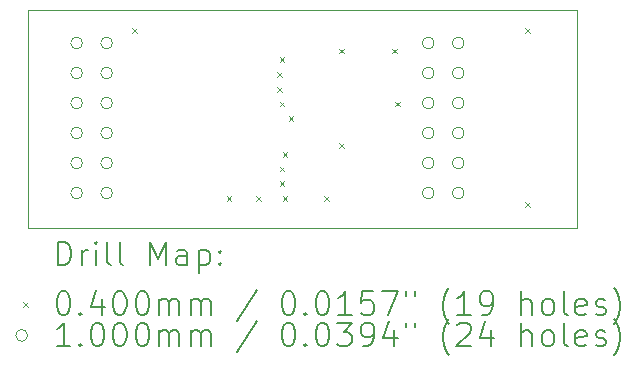
<source format=gbr>
%FSLAX45Y45*%
G04 Gerber Fmt 4.5, Leading zero omitted, Abs format (unit mm)*
G04 Created by KiCad (PCBNEW (6.0.5)) date 2024-06-23 18:04:05*
%MOMM*%
%LPD*%
G01*
G04 APERTURE LIST*
%TA.AperFunction,Profile*%
%ADD10C,0.100000*%
%TD*%
%ADD11C,0.200000*%
%ADD12C,0.040000*%
%ADD13C,0.100000*%
G04 APERTURE END LIST*
D10*
X13000000Y-8600000D02*
X17650000Y-8600000D01*
X17650000Y-8600000D02*
X17650000Y-10450000D01*
X17650000Y-10450000D02*
X13000000Y-10450000D01*
X13000000Y-10450000D02*
X13000000Y-8600000D01*
D11*
D12*
X13880000Y-8755000D02*
X13920000Y-8795000D01*
X13920000Y-8755000D02*
X13880000Y-8795000D01*
X14680000Y-10180000D02*
X14720000Y-10220000D01*
X14720000Y-10180000D02*
X14680000Y-10220000D01*
X14930000Y-10180000D02*
X14970000Y-10220000D01*
X14970000Y-10180000D02*
X14930000Y-10220000D01*
X15105000Y-9130000D02*
X15145000Y-9170000D01*
X15145000Y-9130000D02*
X15105000Y-9170000D01*
X15105000Y-9255000D02*
X15145000Y-9295000D01*
X15145000Y-9255000D02*
X15105000Y-9295000D01*
X15130000Y-9005000D02*
X15170000Y-9045000D01*
X15170000Y-9005000D02*
X15130000Y-9045000D01*
X15130000Y-9380000D02*
X15170000Y-9420000D01*
X15170000Y-9380000D02*
X15130000Y-9420000D01*
X15130000Y-9930000D02*
X15170000Y-9970000D01*
X15170000Y-9930000D02*
X15130000Y-9970000D01*
X15130000Y-10055000D02*
X15170000Y-10095000D01*
X15170000Y-10055000D02*
X15130000Y-10095000D01*
X15155000Y-9805000D02*
X15195000Y-9845000D01*
X15195000Y-9805000D02*
X15155000Y-9845000D01*
X15155000Y-10180000D02*
X15195000Y-10220000D01*
X15195000Y-10180000D02*
X15155000Y-10220000D01*
X15205000Y-9505000D02*
X15245000Y-9545000D01*
X15245000Y-9505000D02*
X15205000Y-9545000D01*
X15505000Y-10180000D02*
X15545000Y-10220000D01*
X15545000Y-10180000D02*
X15505000Y-10220000D01*
X15630000Y-8930000D02*
X15670000Y-8970000D01*
X15670000Y-8930000D02*
X15630000Y-8970000D01*
X15630000Y-9730000D02*
X15670000Y-9770000D01*
X15670000Y-9730000D02*
X15630000Y-9770000D01*
X16080000Y-8930000D02*
X16120000Y-8970000D01*
X16120000Y-8930000D02*
X16080000Y-8970000D01*
X16105000Y-9380000D02*
X16145000Y-9420000D01*
X16145000Y-9380000D02*
X16105000Y-9420000D01*
X17205000Y-8755000D02*
X17245000Y-8795000D01*
X17245000Y-8755000D02*
X17205000Y-8795000D01*
X17205000Y-10230000D02*
X17245000Y-10270000D01*
X17245000Y-10230000D02*
X17205000Y-10270000D01*
D13*
X13461000Y-8883000D02*
G75*
G03*
X13461000Y-8883000I-50000J0D01*
G01*
X13461000Y-9137000D02*
G75*
G03*
X13461000Y-9137000I-50000J0D01*
G01*
X13461000Y-9391000D02*
G75*
G03*
X13461000Y-9391000I-50000J0D01*
G01*
X13461000Y-9645000D02*
G75*
G03*
X13461000Y-9645000I-50000J0D01*
G01*
X13461000Y-9899000D02*
G75*
G03*
X13461000Y-9899000I-50000J0D01*
G01*
X13461000Y-10153000D02*
G75*
G03*
X13461000Y-10153000I-50000J0D01*
G01*
X13715000Y-8883000D02*
G75*
G03*
X13715000Y-8883000I-50000J0D01*
G01*
X13715000Y-9137000D02*
G75*
G03*
X13715000Y-9137000I-50000J0D01*
G01*
X13715000Y-9391000D02*
G75*
G03*
X13715000Y-9391000I-50000J0D01*
G01*
X13715000Y-9645000D02*
G75*
G03*
X13715000Y-9645000I-50000J0D01*
G01*
X13715000Y-9899000D02*
G75*
G03*
X13715000Y-9899000I-50000J0D01*
G01*
X13715000Y-10153000D02*
G75*
G03*
X13715000Y-10153000I-50000J0D01*
G01*
X16437500Y-8883000D02*
G75*
G03*
X16437500Y-8883000I-50000J0D01*
G01*
X16437500Y-9137000D02*
G75*
G03*
X16437500Y-9137000I-50000J0D01*
G01*
X16437500Y-9391000D02*
G75*
G03*
X16437500Y-9391000I-50000J0D01*
G01*
X16437500Y-9645000D02*
G75*
G03*
X16437500Y-9645000I-50000J0D01*
G01*
X16437500Y-9899000D02*
G75*
G03*
X16437500Y-9899000I-50000J0D01*
G01*
X16437500Y-10153000D02*
G75*
G03*
X16437500Y-10153000I-50000J0D01*
G01*
X16691500Y-8883000D02*
G75*
G03*
X16691500Y-8883000I-50000J0D01*
G01*
X16691500Y-9137000D02*
G75*
G03*
X16691500Y-9137000I-50000J0D01*
G01*
X16691500Y-9391000D02*
G75*
G03*
X16691500Y-9391000I-50000J0D01*
G01*
X16691500Y-9645000D02*
G75*
G03*
X16691500Y-9645000I-50000J0D01*
G01*
X16691500Y-9899000D02*
G75*
G03*
X16691500Y-9899000I-50000J0D01*
G01*
X16691500Y-10153000D02*
G75*
G03*
X16691500Y-10153000I-50000J0D01*
G01*
D11*
X13252619Y-10765476D02*
X13252619Y-10565476D01*
X13300238Y-10565476D01*
X13328809Y-10575000D01*
X13347857Y-10594048D01*
X13357381Y-10613095D01*
X13366905Y-10651190D01*
X13366905Y-10679762D01*
X13357381Y-10717857D01*
X13347857Y-10736905D01*
X13328809Y-10755952D01*
X13300238Y-10765476D01*
X13252619Y-10765476D01*
X13452619Y-10765476D02*
X13452619Y-10632143D01*
X13452619Y-10670238D02*
X13462143Y-10651190D01*
X13471667Y-10641667D01*
X13490714Y-10632143D01*
X13509762Y-10632143D01*
X13576428Y-10765476D02*
X13576428Y-10632143D01*
X13576428Y-10565476D02*
X13566905Y-10575000D01*
X13576428Y-10584524D01*
X13585952Y-10575000D01*
X13576428Y-10565476D01*
X13576428Y-10584524D01*
X13700238Y-10765476D02*
X13681190Y-10755952D01*
X13671667Y-10736905D01*
X13671667Y-10565476D01*
X13805000Y-10765476D02*
X13785952Y-10755952D01*
X13776428Y-10736905D01*
X13776428Y-10565476D01*
X14033571Y-10765476D02*
X14033571Y-10565476D01*
X14100238Y-10708333D01*
X14166905Y-10565476D01*
X14166905Y-10765476D01*
X14347857Y-10765476D02*
X14347857Y-10660714D01*
X14338333Y-10641667D01*
X14319286Y-10632143D01*
X14281190Y-10632143D01*
X14262143Y-10641667D01*
X14347857Y-10755952D02*
X14328809Y-10765476D01*
X14281190Y-10765476D01*
X14262143Y-10755952D01*
X14252619Y-10736905D01*
X14252619Y-10717857D01*
X14262143Y-10698810D01*
X14281190Y-10689286D01*
X14328809Y-10689286D01*
X14347857Y-10679762D01*
X14443095Y-10632143D02*
X14443095Y-10832143D01*
X14443095Y-10641667D02*
X14462143Y-10632143D01*
X14500238Y-10632143D01*
X14519286Y-10641667D01*
X14528809Y-10651190D01*
X14538333Y-10670238D01*
X14538333Y-10727381D01*
X14528809Y-10746429D01*
X14519286Y-10755952D01*
X14500238Y-10765476D01*
X14462143Y-10765476D01*
X14443095Y-10755952D01*
X14624048Y-10746429D02*
X14633571Y-10755952D01*
X14624048Y-10765476D01*
X14614524Y-10755952D01*
X14624048Y-10746429D01*
X14624048Y-10765476D01*
X14624048Y-10641667D02*
X14633571Y-10651190D01*
X14624048Y-10660714D01*
X14614524Y-10651190D01*
X14624048Y-10641667D01*
X14624048Y-10660714D01*
D12*
X12955000Y-11075000D02*
X12995000Y-11115000D01*
X12995000Y-11075000D02*
X12955000Y-11115000D01*
D11*
X13290714Y-10985476D02*
X13309762Y-10985476D01*
X13328809Y-10995000D01*
X13338333Y-11004524D01*
X13347857Y-11023571D01*
X13357381Y-11061667D01*
X13357381Y-11109286D01*
X13347857Y-11147381D01*
X13338333Y-11166429D01*
X13328809Y-11175952D01*
X13309762Y-11185476D01*
X13290714Y-11185476D01*
X13271667Y-11175952D01*
X13262143Y-11166429D01*
X13252619Y-11147381D01*
X13243095Y-11109286D01*
X13243095Y-11061667D01*
X13252619Y-11023571D01*
X13262143Y-11004524D01*
X13271667Y-10995000D01*
X13290714Y-10985476D01*
X13443095Y-11166429D02*
X13452619Y-11175952D01*
X13443095Y-11185476D01*
X13433571Y-11175952D01*
X13443095Y-11166429D01*
X13443095Y-11185476D01*
X13624048Y-11052143D02*
X13624048Y-11185476D01*
X13576428Y-10975952D02*
X13528809Y-11118810D01*
X13652619Y-11118810D01*
X13766905Y-10985476D02*
X13785952Y-10985476D01*
X13805000Y-10995000D01*
X13814524Y-11004524D01*
X13824048Y-11023571D01*
X13833571Y-11061667D01*
X13833571Y-11109286D01*
X13824048Y-11147381D01*
X13814524Y-11166429D01*
X13805000Y-11175952D01*
X13785952Y-11185476D01*
X13766905Y-11185476D01*
X13747857Y-11175952D01*
X13738333Y-11166429D01*
X13728809Y-11147381D01*
X13719286Y-11109286D01*
X13719286Y-11061667D01*
X13728809Y-11023571D01*
X13738333Y-11004524D01*
X13747857Y-10995000D01*
X13766905Y-10985476D01*
X13957381Y-10985476D02*
X13976428Y-10985476D01*
X13995476Y-10995000D01*
X14005000Y-11004524D01*
X14014524Y-11023571D01*
X14024048Y-11061667D01*
X14024048Y-11109286D01*
X14014524Y-11147381D01*
X14005000Y-11166429D01*
X13995476Y-11175952D01*
X13976428Y-11185476D01*
X13957381Y-11185476D01*
X13938333Y-11175952D01*
X13928809Y-11166429D01*
X13919286Y-11147381D01*
X13909762Y-11109286D01*
X13909762Y-11061667D01*
X13919286Y-11023571D01*
X13928809Y-11004524D01*
X13938333Y-10995000D01*
X13957381Y-10985476D01*
X14109762Y-11185476D02*
X14109762Y-11052143D01*
X14109762Y-11071190D02*
X14119286Y-11061667D01*
X14138333Y-11052143D01*
X14166905Y-11052143D01*
X14185952Y-11061667D01*
X14195476Y-11080714D01*
X14195476Y-11185476D01*
X14195476Y-11080714D02*
X14205000Y-11061667D01*
X14224048Y-11052143D01*
X14252619Y-11052143D01*
X14271667Y-11061667D01*
X14281190Y-11080714D01*
X14281190Y-11185476D01*
X14376428Y-11185476D02*
X14376428Y-11052143D01*
X14376428Y-11071190D02*
X14385952Y-11061667D01*
X14405000Y-11052143D01*
X14433571Y-11052143D01*
X14452619Y-11061667D01*
X14462143Y-11080714D01*
X14462143Y-11185476D01*
X14462143Y-11080714D02*
X14471667Y-11061667D01*
X14490714Y-11052143D01*
X14519286Y-11052143D01*
X14538333Y-11061667D01*
X14547857Y-11080714D01*
X14547857Y-11185476D01*
X14938333Y-10975952D02*
X14766905Y-11233095D01*
X15195476Y-10985476D02*
X15214524Y-10985476D01*
X15233571Y-10995000D01*
X15243095Y-11004524D01*
X15252619Y-11023571D01*
X15262143Y-11061667D01*
X15262143Y-11109286D01*
X15252619Y-11147381D01*
X15243095Y-11166429D01*
X15233571Y-11175952D01*
X15214524Y-11185476D01*
X15195476Y-11185476D01*
X15176428Y-11175952D01*
X15166905Y-11166429D01*
X15157381Y-11147381D01*
X15147857Y-11109286D01*
X15147857Y-11061667D01*
X15157381Y-11023571D01*
X15166905Y-11004524D01*
X15176428Y-10995000D01*
X15195476Y-10985476D01*
X15347857Y-11166429D02*
X15357381Y-11175952D01*
X15347857Y-11185476D01*
X15338333Y-11175952D01*
X15347857Y-11166429D01*
X15347857Y-11185476D01*
X15481190Y-10985476D02*
X15500238Y-10985476D01*
X15519286Y-10995000D01*
X15528809Y-11004524D01*
X15538333Y-11023571D01*
X15547857Y-11061667D01*
X15547857Y-11109286D01*
X15538333Y-11147381D01*
X15528809Y-11166429D01*
X15519286Y-11175952D01*
X15500238Y-11185476D01*
X15481190Y-11185476D01*
X15462143Y-11175952D01*
X15452619Y-11166429D01*
X15443095Y-11147381D01*
X15433571Y-11109286D01*
X15433571Y-11061667D01*
X15443095Y-11023571D01*
X15452619Y-11004524D01*
X15462143Y-10995000D01*
X15481190Y-10985476D01*
X15738333Y-11185476D02*
X15624048Y-11185476D01*
X15681190Y-11185476D02*
X15681190Y-10985476D01*
X15662143Y-11014048D01*
X15643095Y-11033095D01*
X15624048Y-11042619D01*
X15919286Y-10985476D02*
X15824048Y-10985476D01*
X15814524Y-11080714D01*
X15824048Y-11071190D01*
X15843095Y-11061667D01*
X15890714Y-11061667D01*
X15909762Y-11071190D01*
X15919286Y-11080714D01*
X15928809Y-11099762D01*
X15928809Y-11147381D01*
X15919286Y-11166429D01*
X15909762Y-11175952D01*
X15890714Y-11185476D01*
X15843095Y-11185476D01*
X15824048Y-11175952D01*
X15814524Y-11166429D01*
X15995476Y-10985476D02*
X16128809Y-10985476D01*
X16043095Y-11185476D01*
X16195476Y-10985476D02*
X16195476Y-11023571D01*
X16271667Y-10985476D02*
X16271667Y-11023571D01*
X16566905Y-11261667D02*
X16557381Y-11252143D01*
X16538333Y-11223571D01*
X16528809Y-11204524D01*
X16519286Y-11175952D01*
X16509762Y-11128333D01*
X16509762Y-11090238D01*
X16519286Y-11042619D01*
X16528809Y-11014048D01*
X16538333Y-10995000D01*
X16557381Y-10966429D01*
X16566905Y-10956905D01*
X16747857Y-11185476D02*
X16633571Y-11185476D01*
X16690714Y-11185476D02*
X16690714Y-10985476D01*
X16671667Y-11014048D01*
X16652619Y-11033095D01*
X16633571Y-11042619D01*
X16843095Y-11185476D02*
X16881190Y-11185476D01*
X16900238Y-11175952D01*
X16909762Y-11166429D01*
X16928810Y-11137857D01*
X16938333Y-11099762D01*
X16938333Y-11023571D01*
X16928810Y-11004524D01*
X16919286Y-10995000D01*
X16900238Y-10985476D01*
X16862143Y-10985476D01*
X16843095Y-10995000D01*
X16833571Y-11004524D01*
X16824048Y-11023571D01*
X16824048Y-11071190D01*
X16833571Y-11090238D01*
X16843095Y-11099762D01*
X16862143Y-11109286D01*
X16900238Y-11109286D01*
X16919286Y-11099762D01*
X16928810Y-11090238D01*
X16938333Y-11071190D01*
X17176429Y-11185476D02*
X17176429Y-10985476D01*
X17262143Y-11185476D02*
X17262143Y-11080714D01*
X17252619Y-11061667D01*
X17233571Y-11052143D01*
X17205000Y-11052143D01*
X17185952Y-11061667D01*
X17176429Y-11071190D01*
X17385952Y-11185476D02*
X17366905Y-11175952D01*
X17357381Y-11166429D01*
X17347857Y-11147381D01*
X17347857Y-11090238D01*
X17357381Y-11071190D01*
X17366905Y-11061667D01*
X17385952Y-11052143D01*
X17414524Y-11052143D01*
X17433571Y-11061667D01*
X17443095Y-11071190D01*
X17452619Y-11090238D01*
X17452619Y-11147381D01*
X17443095Y-11166429D01*
X17433571Y-11175952D01*
X17414524Y-11185476D01*
X17385952Y-11185476D01*
X17566905Y-11185476D02*
X17547857Y-11175952D01*
X17538333Y-11156905D01*
X17538333Y-10985476D01*
X17719286Y-11175952D02*
X17700238Y-11185476D01*
X17662143Y-11185476D01*
X17643095Y-11175952D01*
X17633571Y-11156905D01*
X17633571Y-11080714D01*
X17643095Y-11061667D01*
X17662143Y-11052143D01*
X17700238Y-11052143D01*
X17719286Y-11061667D01*
X17728810Y-11080714D01*
X17728810Y-11099762D01*
X17633571Y-11118810D01*
X17805000Y-11175952D02*
X17824048Y-11185476D01*
X17862143Y-11185476D01*
X17881190Y-11175952D01*
X17890714Y-11156905D01*
X17890714Y-11147381D01*
X17881190Y-11128333D01*
X17862143Y-11118810D01*
X17833571Y-11118810D01*
X17814524Y-11109286D01*
X17805000Y-11090238D01*
X17805000Y-11080714D01*
X17814524Y-11061667D01*
X17833571Y-11052143D01*
X17862143Y-11052143D01*
X17881190Y-11061667D01*
X17957381Y-11261667D02*
X17966905Y-11252143D01*
X17985952Y-11223571D01*
X17995476Y-11204524D01*
X18005000Y-11175952D01*
X18014524Y-11128333D01*
X18014524Y-11090238D01*
X18005000Y-11042619D01*
X17995476Y-11014048D01*
X17985952Y-10995000D01*
X17966905Y-10966429D01*
X17957381Y-10956905D01*
D13*
X12995000Y-11359000D02*
G75*
G03*
X12995000Y-11359000I-50000J0D01*
G01*
D11*
X13357381Y-11449476D02*
X13243095Y-11449476D01*
X13300238Y-11449476D02*
X13300238Y-11249476D01*
X13281190Y-11278048D01*
X13262143Y-11297095D01*
X13243095Y-11306619D01*
X13443095Y-11430428D02*
X13452619Y-11439952D01*
X13443095Y-11449476D01*
X13433571Y-11439952D01*
X13443095Y-11430428D01*
X13443095Y-11449476D01*
X13576428Y-11249476D02*
X13595476Y-11249476D01*
X13614524Y-11259000D01*
X13624048Y-11268524D01*
X13633571Y-11287571D01*
X13643095Y-11325667D01*
X13643095Y-11373286D01*
X13633571Y-11411381D01*
X13624048Y-11430428D01*
X13614524Y-11439952D01*
X13595476Y-11449476D01*
X13576428Y-11449476D01*
X13557381Y-11439952D01*
X13547857Y-11430428D01*
X13538333Y-11411381D01*
X13528809Y-11373286D01*
X13528809Y-11325667D01*
X13538333Y-11287571D01*
X13547857Y-11268524D01*
X13557381Y-11259000D01*
X13576428Y-11249476D01*
X13766905Y-11249476D02*
X13785952Y-11249476D01*
X13805000Y-11259000D01*
X13814524Y-11268524D01*
X13824048Y-11287571D01*
X13833571Y-11325667D01*
X13833571Y-11373286D01*
X13824048Y-11411381D01*
X13814524Y-11430428D01*
X13805000Y-11439952D01*
X13785952Y-11449476D01*
X13766905Y-11449476D01*
X13747857Y-11439952D01*
X13738333Y-11430428D01*
X13728809Y-11411381D01*
X13719286Y-11373286D01*
X13719286Y-11325667D01*
X13728809Y-11287571D01*
X13738333Y-11268524D01*
X13747857Y-11259000D01*
X13766905Y-11249476D01*
X13957381Y-11249476D02*
X13976428Y-11249476D01*
X13995476Y-11259000D01*
X14005000Y-11268524D01*
X14014524Y-11287571D01*
X14024048Y-11325667D01*
X14024048Y-11373286D01*
X14014524Y-11411381D01*
X14005000Y-11430428D01*
X13995476Y-11439952D01*
X13976428Y-11449476D01*
X13957381Y-11449476D01*
X13938333Y-11439952D01*
X13928809Y-11430428D01*
X13919286Y-11411381D01*
X13909762Y-11373286D01*
X13909762Y-11325667D01*
X13919286Y-11287571D01*
X13928809Y-11268524D01*
X13938333Y-11259000D01*
X13957381Y-11249476D01*
X14109762Y-11449476D02*
X14109762Y-11316143D01*
X14109762Y-11335190D02*
X14119286Y-11325667D01*
X14138333Y-11316143D01*
X14166905Y-11316143D01*
X14185952Y-11325667D01*
X14195476Y-11344714D01*
X14195476Y-11449476D01*
X14195476Y-11344714D02*
X14205000Y-11325667D01*
X14224048Y-11316143D01*
X14252619Y-11316143D01*
X14271667Y-11325667D01*
X14281190Y-11344714D01*
X14281190Y-11449476D01*
X14376428Y-11449476D02*
X14376428Y-11316143D01*
X14376428Y-11335190D02*
X14385952Y-11325667D01*
X14405000Y-11316143D01*
X14433571Y-11316143D01*
X14452619Y-11325667D01*
X14462143Y-11344714D01*
X14462143Y-11449476D01*
X14462143Y-11344714D02*
X14471667Y-11325667D01*
X14490714Y-11316143D01*
X14519286Y-11316143D01*
X14538333Y-11325667D01*
X14547857Y-11344714D01*
X14547857Y-11449476D01*
X14938333Y-11239952D02*
X14766905Y-11497095D01*
X15195476Y-11249476D02*
X15214524Y-11249476D01*
X15233571Y-11259000D01*
X15243095Y-11268524D01*
X15252619Y-11287571D01*
X15262143Y-11325667D01*
X15262143Y-11373286D01*
X15252619Y-11411381D01*
X15243095Y-11430428D01*
X15233571Y-11439952D01*
X15214524Y-11449476D01*
X15195476Y-11449476D01*
X15176428Y-11439952D01*
X15166905Y-11430428D01*
X15157381Y-11411381D01*
X15147857Y-11373286D01*
X15147857Y-11325667D01*
X15157381Y-11287571D01*
X15166905Y-11268524D01*
X15176428Y-11259000D01*
X15195476Y-11249476D01*
X15347857Y-11430428D02*
X15357381Y-11439952D01*
X15347857Y-11449476D01*
X15338333Y-11439952D01*
X15347857Y-11430428D01*
X15347857Y-11449476D01*
X15481190Y-11249476D02*
X15500238Y-11249476D01*
X15519286Y-11259000D01*
X15528809Y-11268524D01*
X15538333Y-11287571D01*
X15547857Y-11325667D01*
X15547857Y-11373286D01*
X15538333Y-11411381D01*
X15528809Y-11430428D01*
X15519286Y-11439952D01*
X15500238Y-11449476D01*
X15481190Y-11449476D01*
X15462143Y-11439952D01*
X15452619Y-11430428D01*
X15443095Y-11411381D01*
X15433571Y-11373286D01*
X15433571Y-11325667D01*
X15443095Y-11287571D01*
X15452619Y-11268524D01*
X15462143Y-11259000D01*
X15481190Y-11249476D01*
X15614524Y-11249476D02*
X15738333Y-11249476D01*
X15671667Y-11325667D01*
X15700238Y-11325667D01*
X15719286Y-11335190D01*
X15728809Y-11344714D01*
X15738333Y-11363762D01*
X15738333Y-11411381D01*
X15728809Y-11430428D01*
X15719286Y-11439952D01*
X15700238Y-11449476D01*
X15643095Y-11449476D01*
X15624048Y-11439952D01*
X15614524Y-11430428D01*
X15833571Y-11449476D02*
X15871667Y-11449476D01*
X15890714Y-11439952D01*
X15900238Y-11430428D01*
X15919286Y-11401857D01*
X15928809Y-11363762D01*
X15928809Y-11287571D01*
X15919286Y-11268524D01*
X15909762Y-11259000D01*
X15890714Y-11249476D01*
X15852619Y-11249476D01*
X15833571Y-11259000D01*
X15824048Y-11268524D01*
X15814524Y-11287571D01*
X15814524Y-11335190D01*
X15824048Y-11354238D01*
X15833571Y-11363762D01*
X15852619Y-11373286D01*
X15890714Y-11373286D01*
X15909762Y-11363762D01*
X15919286Y-11354238D01*
X15928809Y-11335190D01*
X16100238Y-11316143D02*
X16100238Y-11449476D01*
X16052619Y-11239952D02*
X16005000Y-11382809D01*
X16128809Y-11382809D01*
X16195476Y-11249476D02*
X16195476Y-11287571D01*
X16271667Y-11249476D02*
X16271667Y-11287571D01*
X16566905Y-11525667D02*
X16557381Y-11516143D01*
X16538333Y-11487571D01*
X16528809Y-11468524D01*
X16519286Y-11439952D01*
X16509762Y-11392333D01*
X16509762Y-11354238D01*
X16519286Y-11306619D01*
X16528809Y-11278048D01*
X16538333Y-11259000D01*
X16557381Y-11230428D01*
X16566905Y-11220905D01*
X16633571Y-11268524D02*
X16643095Y-11259000D01*
X16662143Y-11249476D01*
X16709762Y-11249476D01*
X16728809Y-11259000D01*
X16738333Y-11268524D01*
X16747857Y-11287571D01*
X16747857Y-11306619D01*
X16738333Y-11335190D01*
X16624048Y-11449476D01*
X16747857Y-11449476D01*
X16919286Y-11316143D02*
X16919286Y-11449476D01*
X16871667Y-11239952D02*
X16824048Y-11382809D01*
X16947857Y-11382809D01*
X17176429Y-11449476D02*
X17176429Y-11249476D01*
X17262143Y-11449476D02*
X17262143Y-11344714D01*
X17252619Y-11325667D01*
X17233571Y-11316143D01*
X17205000Y-11316143D01*
X17185952Y-11325667D01*
X17176429Y-11335190D01*
X17385952Y-11449476D02*
X17366905Y-11439952D01*
X17357381Y-11430428D01*
X17347857Y-11411381D01*
X17347857Y-11354238D01*
X17357381Y-11335190D01*
X17366905Y-11325667D01*
X17385952Y-11316143D01*
X17414524Y-11316143D01*
X17433571Y-11325667D01*
X17443095Y-11335190D01*
X17452619Y-11354238D01*
X17452619Y-11411381D01*
X17443095Y-11430428D01*
X17433571Y-11439952D01*
X17414524Y-11449476D01*
X17385952Y-11449476D01*
X17566905Y-11449476D02*
X17547857Y-11439952D01*
X17538333Y-11420905D01*
X17538333Y-11249476D01*
X17719286Y-11439952D02*
X17700238Y-11449476D01*
X17662143Y-11449476D01*
X17643095Y-11439952D01*
X17633571Y-11420905D01*
X17633571Y-11344714D01*
X17643095Y-11325667D01*
X17662143Y-11316143D01*
X17700238Y-11316143D01*
X17719286Y-11325667D01*
X17728810Y-11344714D01*
X17728810Y-11363762D01*
X17633571Y-11382809D01*
X17805000Y-11439952D02*
X17824048Y-11449476D01*
X17862143Y-11449476D01*
X17881190Y-11439952D01*
X17890714Y-11420905D01*
X17890714Y-11411381D01*
X17881190Y-11392333D01*
X17862143Y-11382809D01*
X17833571Y-11382809D01*
X17814524Y-11373286D01*
X17805000Y-11354238D01*
X17805000Y-11344714D01*
X17814524Y-11325667D01*
X17833571Y-11316143D01*
X17862143Y-11316143D01*
X17881190Y-11325667D01*
X17957381Y-11525667D02*
X17966905Y-11516143D01*
X17985952Y-11487571D01*
X17995476Y-11468524D01*
X18005000Y-11439952D01*
X18014524Y-11392333D01*
X18014524Y-11354238D01*
X18005000Y-11306619D01*
X17995476Y-11278048D01*
X17985952Y-11259000D01*
X17966905Y-11230428D01*
X17957381Y-11220905D01*
M02*

</source>
